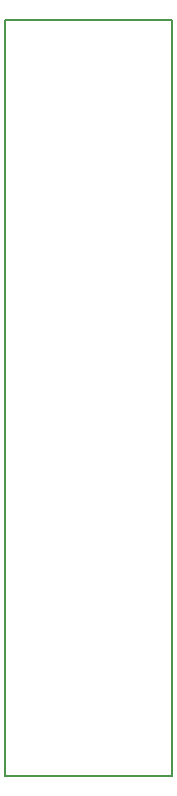
<source format=gm1>
G04 #@! TF.FileFunction,Profile,NP*
%FSLAX46Y46*%
G04 Gerber Fmt 4.6, Leading zero omitted, Abs format (unit mm)*
G04 Created by KiCad (PCBNEW 4.0.7-e2-6376~58~ubuntu16.04.1) date Tue Jul  9 21:41:40 2024*
%MOMM*%
%LPD*%
G01*
G04 APERTURE LIST*
%ADD10C,0.100000*%
%ADD11C,0.150000*%
G04 APERTURE END LIST*
D10*
D11*
X149050000Y-88600000D02*
X149050000Y-127000000D01*
X163200000Y-127000000D02*
X149050000Y-127000000D01*
X163200000Y-101250000D02*
X163200000Y-127000000D01*
X163200000Y-62950000D02*
X163200000Y-101250000D01*
X149050000Y-62950000D02*
X163200000Y-62950000D01*
X149050000Y-88600000D02*
X149050000Y-62950000D01*
M02*

</source>
